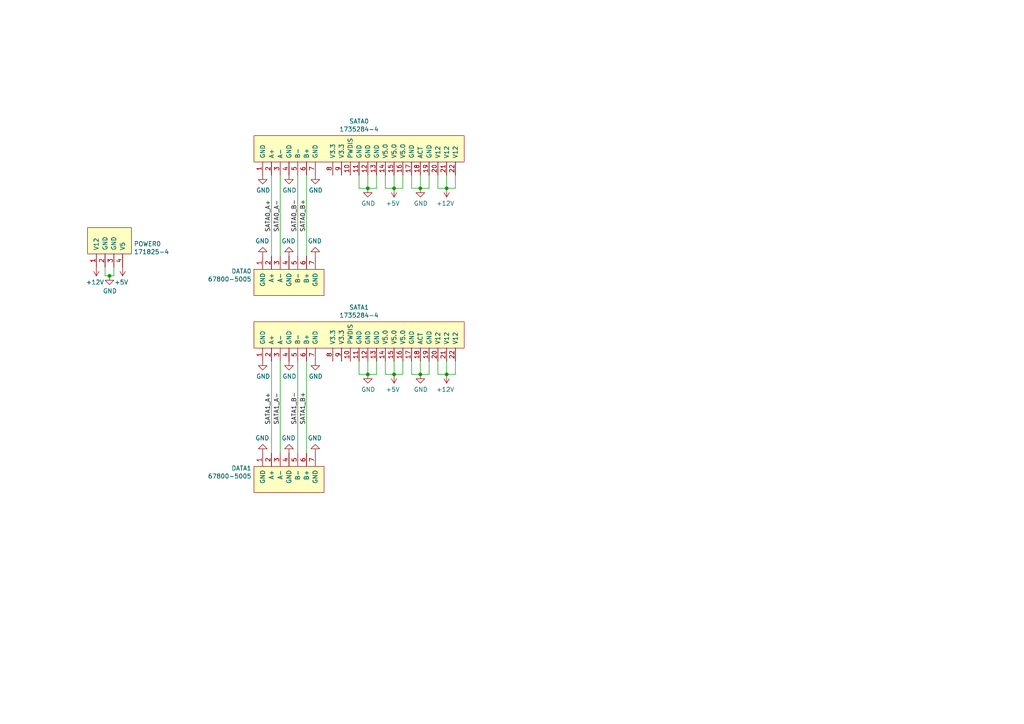
<source format=kicad_sch>
(kicad_sch (version 20230121) (generator eeschema)
  (paper "A4")
  (title_block (title "Thelio IO SATA") (date "2023-01-05") (rev "1.0"))
  (lib_symbols
    (symbol "SATA:ATA_FLOPPY_POWER_4" (pin_names (offset 1.016))
      (property "Reference" "U" (at 0 -7.62 0))
      (property "Value" "ATA_FLOPPY_POWER_4" (at 0 7.62 0))
      (symbol "ATA_FLOPPY_POWER_4_1_1"
        (rectangle (start 3.81 6.35) (end -3.81 -6.35) (fill (type background)))
        (pin power_out line (at -7.62 3.81 0) (length 3.81) (name "V12") (number "1"))
        (pin power_out line (at -7.62 1.27 0) (length 3.81) (name "GND") (number "2"))
        (pin power_out line (at -7.62 -1.27 0) (length 3.81) (name "GND") (number "3"))
        (pin power_out line (at -7.62 -3.81 0) (length 3.81) (name "V5") (number "4"))
      )
    )
    (symbol "SATA:SATA_COMBINED_22" (pin_names (offset 1.016))
      (property "Reference" "U" (at 0 -31.75 0))
      (property "Value" "SATA_COMBINED_22" (at 0 31.75 0))
      (symbol "SATA_COMBINED_22_0_1"
        (rectangle (start 3.81 30.48) (end -3.81 -30.48) (fill (type background)))
      )
      (symbol "SATA_COMBINED_22_1_1"
        (pin power_out line (at -7.62 27.94 0) (length 3.81) (name "GND") (number "1"))
        (pin power_out line (at -7.62 2.54 0) (length 3.81) (name "PWDIS") (number "10"))
        (pin power_out line (at -7.62 0 0) (length 3.81) (name "GND") (number "11"))
        (pin power_out line (at -7.62 -2.54 0) (length 3.81) (name "GND") (number "12"))
        (pin power_out line (at -7.62 -5.08 0) (length 3.81) (name "GND") (number "13"))
        (pin power_out line (at -7.62 -7.62 0) (length 3.81) (name "V5.0") (number "14"))
        (pin power_out line (at -7.62 -10.16 0) (length 3.81) (name "V5.0") (number "15"))
        (pin power_out line (at -7.62 -12.7 0) (length 3.81) (name "V5.0") (number "16"))
        (pin power_out line (at -7.62 -15.24 0) (length 3.81) (name "GND") (number "17"))
        (pin open_collector line (at -7.62 -17.78 0) (length 3.81) (name "ACT") (number "18"))
        (pin power_out line (at -7.62 -20.32 0) (length 3.81) (name "GND") (number "19"))
        (pin output line (at -7.62 25.4 0) (length 3.81) (name "A+") (number "2"))
        (pin power_out line (at -7.62 -22.86 0) (length 3.81) (name "V12") (number "20"))
        (pin power_out line (at -7.62 -25.4 0) (length 3.81) (name "V12") (number "21"))
        (pin power_out line (at -7.62 -27.94 0) (length 3.81) (name "V12") (number "22"))
        (pin output line (at -7.62 22.86 0) (length 3.81) (name "A-") (number "3"))
        (pin power_out line (at -7.62 20.32 0) (length 3.81) (name "GND") (number "4"))
        (pin input line (at -7.62 17.78 0) (length 3.81) (name "B-") (number "5"))
        (pin input line (at -7.62 15.24 0) (length 3.81) (name "B+") (number "6"))
        (pin power_out line (at -7.62 12.7 0) (length 3.81) (name "GND") (number "7"))
        (pin power_out line (at -7.62 7.62 0) (length 3.81) (name "V3.3") (number "8"))
        (pin power_out line (at -7.62 5.08 0) (length 3.81) (name "V3.3") (number "9"))
      )
    )
    (symbol "SATA:SATA_DATA_7" (pin_names (offset 1.016))
      (property "Reference" "U" (at 0 -11.43 0))
      (property "Value" "SATA_DATA_7" (at 0 11.43 0))
      (symbol "SATA_DATA_7_0_1"
        (rectangle (start 3.81 10.16) (end -3.81 -10.16) (fill (type background)))
      )
      (symbol "SATA_DATA_7_1_1"
        (pin power_out line (at -7.62 7.62 0) (length 3.81) (name "GND") (number "1"))
        (pin output line (at -7.62 5.08 0) (length 3.81) (name "A+") (number "2"))
        (pin output line (at -7.62 2.54 0) (length 3.81) (name "A-") (number "3"))
        (pin power_out line (at -7.62 0 0) (length 3.81) (name "GND") (number "4"))
        (pin input line (at -7.62 -2.54 0) (length 3.81) (name "B-") (number "5"))
        (pin input line (at -7.62 -5.08 0) (length 3.81) (name "B+") (number "6"))
        (pin power_out line (at -7.62 -7.62 0) (length 3.81) (name "GND") (number "7"))
      )
    )
    (symbol "power:+12V" (power) (pin_names (offset 0))
      (property "Value" "+12V" (at 0 3.556 0))
      (symbol "+12V_0_1"
        (polyline (pts (xy -0.762 1.27) (xy 0 2.54)))
        (polyline (pts (xy 0 0) (xy 0 2.54)))
        (polyline (pts (xy 0 2.54) (xy 0.762 1.27)))
      )
      (symbol "+12V_1_1"
        (pin power_in line (at 0 0 90) (length 0) hide (name "+12V") (number "1"))
      )
    )
    (symbol "power:+5V" (power) (pin_names (offset 0))
      (property "Value" "+5V" (at 0 3.556 0))
      (symbol "+5V_0_1"
        (polyline (pts (xy -0.762 1.27) (xy 0 2.54)))
        (polyline (pts (xy 0 0) (xy 0 2.54)))
        (polyline (pts (xy 0 2.54) (xy 0.762 1.27)))
      )
      (symbol "+5V_1_1"
        (pin power_in line (at 0 0 90) (length 0) hide (name "+5V") (number "1"))
      )
    )
    (symbol "power:GND" (power) (pin_names (offset 0))
      (property "Value" "GND" (at 0 -3.81 0))
      (symbol "GND_0_1"
        (polyline (pts (xy 0 0) (xy 0 -1.27) (xy 1.27 -1.27) (xy 0 -2.54) (xy -1.27 -1.27) (xy 0 -1.27)))
      )
      (symbol "GND_1_1"
        (pin power_in line (at 0 0 270) (length 0) hide (name "GND") (number "1"))
      )
    )
  )
  (junction (at 114.3 108.585))
  (junction (at 129.54 108.585))
  (junction (at 121.92 54.61))
  (junction (at 31.75 80.01))
  (junction (at 106.68 54.61))
  (junction (at 129.54 54.61))
  (junction (at 106.68 108.585))
  (junction (at 114.3 54.61))
  (junction (at 121.92 108.585))
  (wire (pts (xy 88.9 50.8) (xy 88.9 74.295)))
  (wire (pts (xy 132.08 108.585) (xy 129.54 108.585)))
  (wire (pts (xy 114.3 104.775) (xy 114.3 108.585)))
  (wire (pts (xy 124.46 50.8) (xy 124.46 54.61)))
  (wire (pts (xy 129.54 54.61) (xy 127 54.61)))
  (wire (pts (xy 109.22 54.61) (xy 106.68 54.61)))
  (wire (pts (xy 33.02 80.01) (xy 31.75 80.01)))
  (wire (pts (xy 88.9 104.775) (xy 88.9 131.445)))
  (wire (pts (xy 78.74 50.8) (xy 78.74 74.295)))
  (wire (pts (xy 78.74 104.775) (xy 78.74 131.445)))
  (wire (pts (xy 106.68 50.8) (xy 106.68 54.61)))
  (wire (pts (xy 109.22 108.585) (xy 106.68 108.585)))
  (wire (pts (xy 124.46 54.61) (xy 121.92 54.61)))
  (wire (pts (xy 104.14 108.585) (xy 104.14 104.775)))
  (wire (pts (xy 106.68 54.61) (xy 104.14 54.61)))
  (wire (pts (xy 111.76 54.61) (xy 111.76 50.8)))
  (wire (pts (xy 124.46 108.585) (xy 121.92 108.585)))
  (wire (pts (xy 129.54 50.8) (xy 129.54 54.61)))
  (wire (pts (xy 119.38 54.61) (xy 119.38 50.8)))
  (wire (pts (xy 132.08 104.775) (xy 132.08 108.585)))
  (wire (pts (xy 132.08 54.61) (xy 129.54 54.61)))
  (wire (pts (xy 30.48 77.47) (xy 30.48 80.01)))
  (wire (pts (xy 129.54 104.775) (xy 129.54 108.585)))
  (wire (pts (xy 121.92 108.585) (xy 119.38 108.585)))
  (wire (pts (xy 132.08 50.8) (xy 132.08 54.61)))
  (wire (pts (xy 86.36 104.775) (xy 86.36 131.445)))
  (wire (pts (xy 33.02 77.47) (xy 33.02 80.01)))
  (wire (pts (xy 114.3 50.8) (xy 114.3 54.61)))
  (wire (pts (xy 106.68 104.775) (xy 106.68 108.585)))
  (wire (pts (xy 114.3 54.61) (xy 111.76 54.61)))
  (wire (pts (xy 116.84 54.61) (xy 114.3 54.61)))
  (wire (pts (xy 119.38 108.585) (xy 119.38 104.775)))
  (wire (pts (xy 127 54.61) (xy 127 50.8)))
  (wire (pts (xy 81.28 50.8) (xy 81.28 74.295)))
  (wire (pts (xy 114.3 108.585) (xy 111.76 108.585)))
  (wire (pts (xy 124.46 104.775) (xy 124.46 108.585)))
  (wire (pts (xy 129.54 108.585) (xy 127 108.585)))
  (wire (pts (xy 116.84 108.585) (xy 114.3 108.585)))
  (wire (pts (xy 111.76 108.585) (xy 111.76 104.775)))
  (wire (pts (xy 86.36 50.8) (xy 86.36 74.295)))
  (wire (pts (xy 109.22 104.775) (xy 109.22 108.585)))
  (wire (pts (xy 104.14 54.61) (xy 104.14 50.8)))
  (wire (pts (xy 121.92 104.775) (xy 121.92 108.585)))
  (wire (pts (xy 81.28 104.775) (xy 81.28 131.445)))
  (wire (pts (xy 127 108.585) (xy 127 104.775)))
  (wire (pts (xy 109.22 50.8) (xy 109.22 54.61)))
  (wire (pts (xy 116.84 104.775) (xy 116.84 108.585)))
  (wire (pts (xy 116.84 50.8) (xy 116.84 54.61)))
  (wire (pts (xy 121.92 54.61) (xy 119.38 54.61)))
  (wire (pts (xy 121.92 50.8) (xy 121.92 54.61)))
  (wire (pts (xy 30.48 80.01) (xy 31.75 80.01)))
  (wire (pts (xy 106.68 108.585) (xy 104.14 108.585)))
  (label "SATA1_A-" (at 81.28 123.19 90))
  (label "SATA0_B+" (at 88.9 67.31 90))
  (label "SATA0_A-" (at 81.28 67.31 90))
  (label "SATA1_A+" (at 78.74 123.19 90))
  (label "SATA0_A+" (at 78.74 67.31 90))
  (label "SATA1_B-" (at 86.36 123.19 90))
  (label "SATA1_B+" (at 88.9 123.19 90))
  (label "SATA0_B-" (at 86.36 67.31 90))
  (symbol (lib_id "SATA:ATA_FLOPPY_POWER_4") (at 31.75 69.85 90) (unit 1)
    (property "Reference" "POWER0" (at 38.8112 70.739 90) (effects (justify right)))
    (property "Value" "171825-4" (at 38.8112 73.0504 90) (effects (justify right)))
    (property "Footprint" "SATA:ATA_FLOPPY_POWER_4" (effects hide))
    (property "Datasheet" "lib/SATA/ATA_POWER_4.pdf" (effects hide))
    (property "Manufacturer" "TE Connectivity" (effects hide))
    (property "Description" "ATA floppy power connector" (effects hide))
  )
  (symbol (lib_id "power:+5V") (at 35.56 77.47 180) (unit 1)
    (property "Reference" "#PWR0101" (effects hide))
    (property "Value" "+5V" (at 35.179 81.8642 0))
  )
  (symbol (lib_id "power:GND") (at 31.75 80.01 0) (unit 1)
    (property "Reference" "#PWR0102" (effects hide))
    (property "Value" "GND" (at 31.877 84.4042 0))
  )
  (symbol (lib_id "power:+12V") (at 27.94 77.47 180) (unit 1)
    (property "Reference" "#PWR0103" (effects hide))
    (property "Value" "+12V" (at 27.559 81.8642 0))
  )
  (symbol (lib_id "power:+5V") (at 114.3 54.61 180) (unit 1)
    (property "Reference" "#PWR0136" (effects hide))
    (property "Value" "+5V" (at 113.919 59.0042 0))
  )
  (symbol (lib_id "power:GND") (at 76.2 131.445 180) (unit 1)
    (property "Reference" "#PWR0131" (effects hide))
    (property "Value" "GND" (at 76.073 127.0508 0))
  )
  (symbol (lib_id "power:+12V") (at 129.54 54.61 180) (unit 1)
    (property "Reference" "#PWR0130" (effects hide))
    (property "Value" "+12V" (at 129.159 59.0042 0))
  )
  (symbol (lib_id "power:GND") (at 91.44 50.8 0) (unit 1)
    (property "Reference" "#PWR0141" (effects hide))
    (property "Value" "GND" (at 91.567 55.1942 0))
  )
  (symbol (lib_id "SATA:SATA_COMBINED_22") (at 104.14 43.18 90) (unit 1)
    (property "Reference" "SATA0" (at 104.14 35.179 90))
    (property "Value" "1735284-4" (at 104.14 37.4904 90))
    (property "Footprint" "SATA:SATA_COMBINED_22" (effects hide))
    (property "Datasheet" "lib/SATA/SATA_COMBINED_22.pdf" (effects hide))
    (property "Manufacturer" "TE Connectivity" (effects hide))
    (property "Description" "SATA drive connector" (effects hide))
  )
  (symbol (lib_id "power:GND") (at 91.44 74.295 180) (unit 1)
    (property "Reference" "#PWR0139" (effects hide))
    (property "Value" "GND" (at 91.313 69.9008 0))
  )
  (symbol (lib_id "SATA:SATA_COMBINED_22") (at 104.14 97.155 90) (unit 1)
    (property "Reference" "SATA1" (at 104.14 89.154 90))
    (property "Value" "1735284-4" (at 104.14 91.4654 90))
    (property "Footprint" "SATA:SATA_COMBINED_22" (effects hide))
    (property "Datasheet" "lib/SATA/SATA_COMBINED_22.pdf" (effects hide))
    (property "Manufacturer" "TE Connectivity" (effects hide))
    (property "Description" "SATA drive connector" (effects hide))
  )
  (symbol (lib_id "power:GND") (at 91.44 131.445 180) (unit 1)
    (property "Reference" "#PWR0104" (effects hide))
    (property "Value" "GND" (at 91.313 127.0508 0))
  )
  (symbol (lib_id "SATA:SATA_DATA_7") (at 83.82 139.065 90) (mirror x) (unit 1)
    (property "Reference" "DATA1" (at 72.9488 135.8138 90) (effects (justify left)))
    (property "Value" "67800-5005" (at 72.9488 138.1252 90) (effects (justify left)))
    (property "Footprint" "SATA:SATA_DATA_7" (effects hide))
    (property "Datasheet" "lib/SATA/SATA_DATA_7.pdf" (effects hide))
    (property "Manufacturer" "Molex" (effects hide))
    (property "Description" "SATA 7 pin cable connector" (effects hide))
  )
  (symbol (lib_id "power:GND") (at 91.44 104.775 0) (unit 1)
    (property "Reference" "#PWR0105" (effects hide))
    (property "Value" "GND" (at 91.567 109.1692 0))
  )
  (symbol (lib_id "power:+5V") (at 114.3 108.585 180) (unit 1)
    (property "Reference" "#PWR0106" (effects hide))
    (property "Value" "+5V" (at 113.919 112.9792 0))
  )
  (symbol (lib_id "SATA:SATA_DATA_7") (at 83.82 81.915 90) (mirror x) (unit 1)
    (property "Reference" "DATA0" (at 72.9488 78.6638 90) (effects (justify left)))
    (property "Value" "67800-5005" (at 72.9488 80.9752 90) (effects (justify left)))
    (property "Footprint" "SATA:SATA_DATA_7" (effects hide))
    (property "Datasheet" "lib/SATA/SATA_DATA_7.pdf" (effects hide))
    (property "Manufacturer" "Molex" (effects hide))
    (property "Description" "SATA 7 pin cable connector" (effects hide))
  )
  (symbol (lib_id "power:GND") (at 83.82 131.445 180) (unit 1)
    (property "Reference" "#PWR0134" (effects hide))
    (property "Value" "GND" (at 83.693 127.0508 0))
  )
  (symbol (lib_id "power:GND") (at 106.68 108.585 0) (unit 1)
    (property "Reference" "#PWR0108" (effects hide))
    (property "Value" "GND" (at 106.807 112.9792 0))
  )
  (symbol (lib_id "power:GND") (at 76.2 104.775 0) (unit 1)
    (property "Reference" "#PWR0132" (effects hide))
    (property "Value" "GND" (at 76.327 109.1692 0))
  )
  (symbol (lib_id "power:GND") (at 83.82 104.775 0) (unit 1)
    (property "Reference" "#PWR0135" (effects hide))
    (property "Value" "GND" (at 83.947 109.1692 0))
  )
  (symbol (lib_id "power:GND") (at 121.92 108.585 0) (unit 1)
    (property "Reference" "#PWR0107" (effects hide))
    (property "Value" "GND" (at 122.047 112.9792 0))
  )
  (symbol (lib_id "power:GND") (at 76.2 74.295 180) (unit 1)
    (property "Reference" "#PWR0142" (effects hide))
    (property "Value" "GND" (at 76.073 69.9008 0))
  )
  (symbol (lib_id "power:+12V") (at 129.54 108.585 180) (unit 1)
    (property "Reference" "#PWR0109" (effects hide))
    (property "Value" "+12V" (at 129.159 112.9792 0))
  )
  (symbol (lib_id "power:GND") (at 121.92 54.61 0) (unit 1)
    (property "Reference" "#PWR0133" (effects hide))
    (property "Value" "GND" (at 122.047 59.0042 0))
  )
  (symbol (lib_id "power:GND") (at 83.82 74.295 180) (unit 1)
    (property "Reference" "#PWR0143" (effects hide))
    (property "Value" "GND" (at 83.693 69.9008 0))
  )
  (symbol (lib_id "power:GND") (at 76.2 50.8 0) (unit 1)
    (property "Reference" "#PWR0138" (effects hide))
    (property "Value" "GND" (at 76.327 55.1942 0))
  )
  (symbol (lib_id "power:GND") (at 106.68 54.61 0) (unit 1)
    (property "Reference" "#PWR0140" (effects hide))
    (property "Value" "GND" (at 106.807 59.0042 0))
  )
  (symbol (lib_id "power:GND") (at 83.82 50.8 0) (unit 1)
    (property "Reference" "#PWR0137" (effects hide))
    (property "Value" "GND" (at 83.947 55.1942 0))
  )
)
</source>
